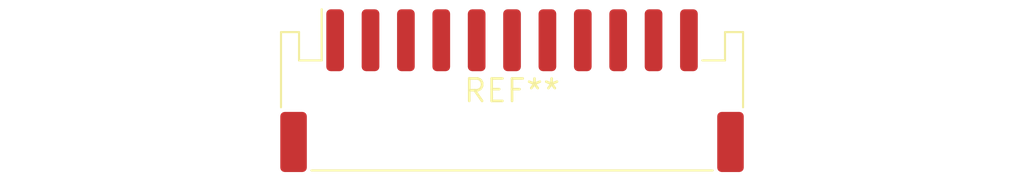
<source format=kicad_pcb>
(kicad_pcb (version 20240108) (generator pcbnew)
  (layers (0 "F.Cu" signal) (31 "B.Cu" signal) (34 "B.Paste" user) (35 "F.Paste" user) (36 "B.SilkS" user "B.Silkscreen") (37 "F.SilkS" user "F.Silkscreen") (38 "B.Mask" user) (39 "F.Mask" user) (44 "Edge.Cuts" user))
  (net 0 "")
  (footprint "JST_PH_S11B-PH-SM4-TB_1x11-1MP_P2.00mm_Horizontal" (layer "F.Cu") (at 0 0)
    (property "Reference" "REF**")
    (property "Value" "JST_PH_S11B-PH-SM4-TB_1x11-1MP_P2.00mm_Horizontal")
    (fp_line (start -13.06 -3.31) (end -12.04 -3.31) (layer "F.SilkS") (stroke (width 0.12)))
    (fp_line (start -13.06 0.94) (end -13.06 -3.31) (layer "F.SilkS") (stroke (width 0.12)))
    (fp_line (start -12.04 -3.31) (end -12.04 -1.71) (layer "F.SilkS") (stroke (width 0.12)))
    (fp_line (start -12.04 -1.71) (end -10.76 -1.71) (layer "F.SilkS") (stroke (width 0.12)))
    (fp_line (start -11.34 4.51) (end 11.34 4.51) (layer "F.SilkS") (stroke (width 0.12)))
    (fp_line (start -10.76 -1.71) (end -10.76 -4.6) (layer "F.SilkS") (stroke (width 0.12)))
    (fp_line (start 12.04 -3.31) (end 12.04 -1.71) (layer "F.SilkS") (stroke (width 0.12)))
    (fp_line (start 12.04 -1.71) (end 10.76 -1.71) (layer "F.SilkS") (stroke (width 0.12)))
    (fp_line (start 13.06 -3.31) (end 12.04 -3.31) (layer "F.SilkS") (stroke (width 0.12)))
    (fp_line (start 13.06 0.94) (end 13.06 -3.31) (layer "F.SilkS") (stroke (width 0.12)))
    (pad "1" smd roundrect (at -10 -2.85) (size 1 3.5) (layers "F.Cu" "F.Paste" "F.Mask"))
    (pad "2" smd roundrect (at -8 -2.85) (size 1 3.5) (layers "F.Cu" "F.Paste" "F.Mask"))
    (pad "3" smd roundrect (at -6 -2.85) (size 1 3.5) (layers "F.Cu" "F.Paste" "F.Mask"))
    (pad "4" smd roundrect (at -4 -2.85) (size 1 3.5) (layers "F.Cu" "F.Paste" "F.Mask"))
    (pad "5" smd roundrect (at -2 -2.85) (size 1 3.5) (layers "F.Cu" "F.Paste" "F.Mask"))
    (pad "6" smd roundrect (at 0 -2.85) (size 1 3.5) (layers "F.Cu" "F.Paste" "F.Mask"))
    (pad "7" smd roundrect (at 2 -2.85) (size 1 3.5) (layers "F.Cu" "F.Paste" "F.Mask"))
    (pad "8" smd roundrect (at 4 -2.85) (size 1 3.5) (layers "F.Cu" "F.Paste" "F.Mask"))
    (pad "9" smd roundrect (at 6 -2.85) (size 1 3.5) (layers "F.Cu" "F.Paste" "F.Mask"))
    (pad "10" smd roundrect (at 8 -2.85) (size 1 3.5) (layers "F.Cu" "F.Paste" "F.Mask"))
    (pad "11" smd roundrect (at 10 -2.85) (size 1 3.5) (layers "F.Cu" "F.Paste" "F.Mask"))
    (pad "MP" smd roundrect (at -12.35 2.9) (size 1.5 3.4) (layers "F.Cu" "F.Paste" "F.Mask") (roundrect_rratio 0.166667))
    (pad "MP" smd roundrect (at 12.35 2.9) (size 1.5 3.4) (layers "F.Cu" "F.Paste" "F.Mask") (roundrect_rratio 0.166667))
  )
)
</source>
